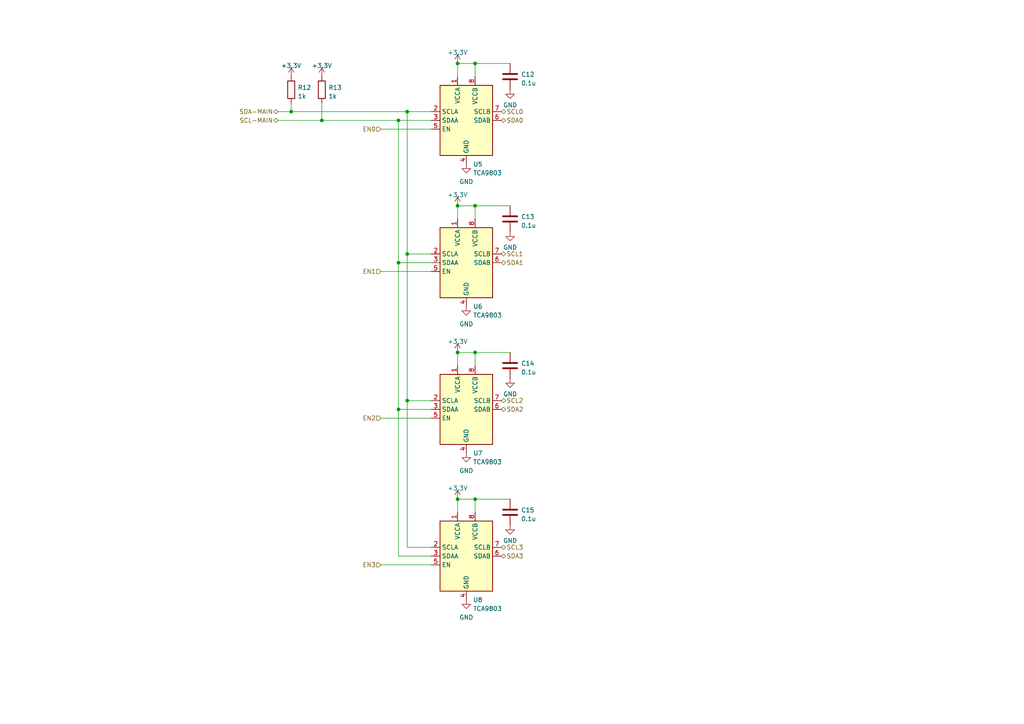
<source format=kicad_sch>
(kicad_sch (version 20230121) (generator eeschema)
  (paper "A4")
  (lib_symbols
    (symbol "Device:C" (pin_numbers hide) (pin_names (offset 0.254))
      (property "Reference" "C" (at 0.635 2.54 0))
      (property "Value" "C" (at 0.635 -2.54 0))
      (symbol "C_0_1"
        (polyline (pts (xy -2.032 -0.762) (xy 2.032 -0.762)) (stroke (width 0.508)))
        (polyline (pts (xy -2.032 0.762) (xy 2.032 0.762)) (stroke (width 0.508)))
      )
      (symbol "C_1_1"
        (pin passive line (at 0 3.81 270) (length 2.794) (name "~") (number "1"))
        (pin passive line (at 0 -3.81 90) (length 2.794) (name "~") (number "2"))
      )
    )
    (symbol "Device:R" (pin_numbers hide) (pin_names (offset 0))
      (property "Reference" "R" (at 2.032 0 90))
      (property "Value" "R" (at 0 0 90))
      (symbol "R_0_1"
        (rectangle (start -1.016 -2.54) (end 1.016 2.54) (stroke (width 0.254)))
      )
      (symbol "R_1_1"
        (pin passive line (at 0 3.81 270) (length 1.27) (name "~") (number "1"))
        (pin passive line (at 0 -3.81 90) (length 1.27) (name "~") (number "2"))
      )
    )
    (symbol "Interface:TCA9803"
      (property "Reference" "U" (at -7.62 11.43 0))
      (property "Value" "TCA9803" (at 5.08 11.43 0))
      (symbol "TCA9803_0_1"
        (rectangle (start -7.62 10.16) (end 7.62 -10.16) (stroke (width 0.254)) (fill (type background)))
      )
      (symbol "TCA9803_1_1"
        (pin power_in line (at -2.54 12.7 270) (length 2.54) (name "VCCA") (number "1"))
        (pin bidirectional line (at -10.16 2.54 0) (length 2.54) (name "SCLA") (number "2"))
        (pin bidirectional line (at -10.16 0 0) (length 2.54) (name "SDAA") (number "3"))
        (pin power_in line (at 0 -12.7 90) (length 2.54) (name "GND") (number "4"))
        (pin input line (at -10.16 -2.54 0) (length 2.54) (name "EN") (number "5"))
        (pin bidirectional line (at 10.16 0 180) (length 2.54) (name "SDAB") (number "6"))
        (pin bidirectional line (at 10.16 2.54 180) (length 2.54) (name "SCLB") (number "7"))
        (pin power_in line (at 2.54 12.7 270) (length 2.54) (name "VCCB") (number "8"))
      )
    )
    (symbol "power:+3.3V" (power) (pin_names (offset 0))
      (property "Value" "+3.3V" (at 0 3.556 0))
      (symbol "+3.3V_0_1"
        (polyline (pts (xy -0.762 1.27) (xy 0 2.54)))
        (polyline (pts (xy 0 0) (xy 0 2.54)))
        (polyline (pts (xy 0 2.54) (xy 0.762 1.27)))
      )
      (symbol "+3.3V_1_1"
        (pin power_in line (at 0 0 90) (length 0) hide (name "+3.3V") (number "1"))
      )
    )
    (symbol "power:GND" (power) (pin_names (offset 0))
      (property "Value" "GND" (at 0 -3.81 0))
      (symbol "GND_0_1"
        (polyline (pts (xy 0 0) (xy 0 -1.27) (xy 1.27 -1.27) (xy 0 -2.54) (xy -1.27 -1.27) (xy 0 -1.27)))
      )
      (symbol "GND_1_1"
        (pin power_in line (at 0 0 270) (length 0) hide (name "GND") (number "1"))
      )
    )
  )
  (junction (at 115.57 34.925))
  (junction (at 84.455 32.385))
  (junction (at 132.715 59.69))
  (junction (at 115.57 118.745))
  (junction (at 137.795 18.415))
  (junction (at 118.11 73.66))
  (junction (at 132.715 102.235))
  (junction (at 118.11 32.385))
  (junction (at 132.715 18.415))
  (junction (at 137.795 144.78))
  (junction (at 137.795 102.235))
  (junction (at 118.11 116.205))
  (junction (at 93.345 34.925))
  (junction (at 115.57 76.2))
  (junction (at 132.715 144.78))
  (junction (at 137.795 59.69))
  (wire (pts (xy 132.715 144.78) (xy 137.795 144.78)))
  (wire (pts (xy 118.11 116.205) (xy 118.11 158.75)))
  (wire (pts (xy 93.345 29.845) (xy 93.345 34.925)))
  (wire (pts (xy 137.795 18.415) (xy 147.955 18.415)))
  (wire (pts (xy 118.11 116.205) (xy 125.095 116.205)))
  (wire (pts (xy 132.715 102.235) (xy 137.795 102.235)))
  (wire (pts (xy 118.11 158.75) (xy 125.095 158.75)))
  (wire (pts (xy 137.795 59.69) (xy 137.795 63.5)))
  (wire (pts (xy 93.345 34.925) (xy 115.57 34.925)))
  (wire (pts (xy 118.11 32.385) (xy 118.11 73.66)))
  (wire (pts (xy 115.57 118.745) (xy 125.095 118.745)))
  (wire (pts (xy 132.715 18.415) (xy 137.795 18.415)))
  (wire (pts (xy 132.715 59.69) (xy 137.795 59.69)))
  (wire (pts (xy 118.11 32.385) (xy 125.095 32.385)))
  (wire (pts (xy 110.49 163.83) (xy 125.095 163.83)))
  (wire (pts (xy 110.49 37.465) (xy 125.095 37.465)))
  (wire (pts (xy 84.455 32.385) (xy 118.11 32.385)))
  (wire (pts (xy 110.49 78.74) (xy 125.095 78.74)))
  (wire (pts (xy 84.455 29.845) (xy 84.455 32.385)))
  (wire (pts (xy 80.645 32.385) (xy 84.455 32.385)))
  (wire (pts (xy 137.795 18.415) (xy 137.795 22.225)))
  (wire (pts (xy 115.57 76.2) (xy 125.095 76.2)))
  (wire (pts (xy 115.57 34.925) (xy 125.095 34.925)))
  (wire (pts (xy 137.795 59.69) (xy 147.955 59.69)))
  (wire (pts (xy 110.49 121.285) (xy 125.095 121.285)))
  (wire (pts (xy 115.57 118.745) (xy 115.57 161.29)))
  (wire (pts (xy 132.715 18.415) (xy 132.715 22.225)))
  (wire (pts (xy 115.57 76.2) (xy 115.57 118.745)))
  (wire (pts (xy 137.795 102.235) (xy 147.955 102.235)))
  (wire (pts (xy 132.715 144.78) (xy 132.715 148.59)))
  (wire (pts (xy 137.795 102.235) (xy 137.795 106.045)))
  (wire (pts (xy 118.11 73.66) (xy 125.095 73.66)))
  (wire (pts (xy 118.11 73.66) (xy 118.11 116.205)))
  (wire (pts (xy 132.715 102.235) (xy 132.715 106.045)))
  (wire (pts (xy 125.095 161.29) (xy 115.57 161.29)))
  (wire (pts (xy 132.715 59.69) (xy 132.715 63.5)))
  (wire (pts (xy 115.57 34.925) (xy 115.57 76.2)))
  (wire (pts (xy 137.795 144.78) (xy 147.955 144.78)))
  (wire (pts (xy 80.645 34.925) (xy 93.345 34.925)))
  (wire (pts (xy 137.795 144.78) (xy 137.795 148.59)))
  (hierarchical_label "EN2" (shape input) (at 110.49 121.285 180))
  (hierarchical_label "SCL1" (shape bidirectional) (at 145.415 73.66 0))
  (hierarchical_label "SCL3" (shape bidirectional) (at 145.415 158.75 0))
  (hierarchical_label "EN0" (shape input) (at 110.49 37.465 180))
  (hierarchical_label "SCL0" (shape bidirectional) (at 145.415 32.385 0))
  (hierarchical_label "EN3" (shape input) (at 110.49 163.83 180))
  (hierarchical_label "SDA3" (shape bidirectional) (at 145.415 161.29 0))
  (hierarchical_label "SDA2" (shape bidirectional) (at 145.415 118.745 0))
  (hierarchical_label "EN1" (shape input) (at 110.49 78.74 180))
  (hierarchical_label "SDA1" (shape bidirectional) (at 145.415 76.2 0))
  (hierarchical_label "SDA-MAIN" (shape bidirectional) (at 80.645 32.385 180))
  (hierarchical_label "SCL2" (shape bidirectional) (at 145.415 116.205 0))
  (hierarchical_label "SDA0" (shape bidirectional) (at 145.415 34.925 0))
  (hierarchical_label "SCL-MAIN" (shape bidirectional) (at 80.645 34.925 180))
  (symbol (lib_id "power:+3.3V") (at 132.715 102.235 0) (unit 1)
    (property "Reference" "#PWR051" (effects hide))
    (property "Value" "+3.3V" (at 132.715 99.06 0))
  )
  (symbol (lib_id "power:+3.3V") (at 84.455 22.225 0) (unit 1)
    (property "Reference" "#PWR047" (effects hide))
    (property "Value" "+3.3V" (at 84.455 19.05 0))
  )
  (symbol (lib_id "Device:R") (at 84.455 26.035 0) (unit 1)
    (property "Reference" "R12" (at 86.36 25.4 0) (effects (justify left)))
    (property "Value" "1k" (at 86.36 27.94 0) (effects (justify left)))
    (property "Footprint" "Resistor_SMD:R_0603_1608Metric_Pad0.98x0.95mm_HandSolder" (effects hide))
  )
  (symbol (lib_id "Device:C") (at 147.955 106.045 0) (unit 1)
    (property "Reference" "C14" (at 151.13 105.41 0) (effects (justify left)))
    (property "Value" "0.1u" (at 151.13 107.95 0) (effects (justify left)))
    (property "Footprint" "Capacitor_SMD:C_0603_1608Metric_Pad1.08x0.95mm_HandSolder" (effects hide))
  )
  (symbol (lib_id "power:GND") (at 135.255 47.625 0) (unit 1)
    (property "Reference" "#PWR053" (effects hide))
    (property "Value" "GND" (at 135.255 52.705 0))
  )
  (symbol (lib_id "power:GND") (at 135.255 88.9 0) (unit 1)
    (property "Reference" "#PWR054" (effects hide))
    (property "Value" "GND" (at 135.255 93.98 0))
  )
  (symbol (lib_id "power:+3.3V") (at 132.715 144.78 0) (unit 1)
    (property "Reference" "#PWR052" (effects hide))
    (property "Value" "+3.3V" (at 132.715 141.605 0))
  )
  (symbol (lib_id "power:GND") (at 147.955 67.31 0) (unit 1)
    (property "Reference" "#PWR058" (effects hide))
    (property "Value" "GND" (at 147.955 71.755 0))
  )
  (symbol (lib_id "Interface:TCA9803") (at 135.255 34.925 0) (unit 1)
    (property "Reference" "U5" (at 137.2109 47.625 0) (effects (justify left)))
    (property "Value" "TCA9803" (at 137.2109 50.165 0) (effects (justify left)))
    (property "Footprint" "Package_SO:VSSOP-8_3.0x3.0mm_P0.65mm" (effects hide))
    (property "Datasheet" "http://www.ti.com/lit/ds/symlink/tca9803.pdf" (effects hide))
  )
  (symbol (lib_id "Interface:TCA9803") (at 135.255 76.2 0) (unit 1)
    (property "Reference" "U6" (at 137.2109 88.9 0) (effects (justify left)))
    (property "Value" "TCA9803" (at 137.2109 91.44 0) (effects (justify left)))
    (property "Footprint" "Package_SO:VSSOP-8_3.0x3.0mm_P0.65mm" (effects hide))
    (property "Datasheet" "http://www.ti.com/lit/ds/symlink/tca9803.pdf" (effects hide))
  )
  (symbol (lib_id "power:+3.3V") (at 93.345 22.225 0) (unit 1)
    (property "Reference" "#PWR048" (effects hide))
    (property "Value" "+3.3V" (at 93.345 19.05 0))
  )
  (symbol (lib_id "power:GND") (at 135.255 173.99 0) (unit 1)
    (property "Reference" "#PWR056" (effects hide))
    (property "Value" "GND" (at 135.255 179.07 0))
  )
  (symbol (lib_id "Interface:TCA9803") (at 135.255 118.745 0) (unit 1)
    (property "Reference" "U7" (at 137.2109 131.445 0) (effects (justify left)))
    (property "Value" "TCA9803" (at 137.2109 133.985 0) (effects (justify left)))
    (property "Footprint" "Package_SO:VSSOP-8_3.0x3.0mm_P0.65mm" (effects hide))
    (property "Datasheet" "http://www.ti.com/lit/ds/symlink/tca9803.pdf" (effects hide))
  )
  (symbol (lib_id "power:+3.3V") (at 132.715 18.415 0) (unit 1)
    (property "Reference" "#PWR049" (effects hide))
    (property "Value" "+3.3V" (at 132.715 15.24 0))
  )
  (symbol (lib_id "Device:R") (at 93.345 26.035 0) (unit 1)
    (property "Reference" "R13" (at 95.25 25.4 0) (effects (justify left)))
    (property "Value" "1k" (at 95.25 27.94 0) (effects (justify left)))
    (property "Footprint" "Resistor_SMD:R_0603_1608Metric_Pad0.98x0.95mm_HandSolder" (effects hide))
  )
  (symbol (lib_id "Device:C") (at 147.955 63.5 0) (unit 1)
    (property "Reference" "C13" (at 151.13 62.865 0) (effects (justify left)))
    (property "Value" "0.1u" (at 151.13 65.405 0) (effects (justify left)))
    (property "Footprint" "Capacitor_SMD:C_0603_1608Metric_Pad1.08x0.95mm_HandSolder" (effects hide))
  )
  (symbol (lib_id "power:GND") (at 147.955 26.035 0) (unit 1)
    (property "Reference" "#PWR057" (effects hide))
    (property "Value" "GND" (at 147.955 30.48 0))
  )
  (symbol (lib_id "Device:C") (at 147.955 148.59 0) (unit 1)
    (property "Reference" "C15" (at 151.13 147.955 0) (effects (justify left)))
    (property "Value" "0.1u" (at 151.13 150.495 0) (effects (justify left)))
    (property "Footprint" "Capacitor_SMD:C_0603_1608Metric_Pad1.08x0.95mm_HandSolder" (effects hide))
  )
  (symbol (lib_id "power:GND") (at 135.255 131.445 0) (unit 1)
    (property "Reference" "#PWR055" (effects hide))
    (property "Value" "GND" (at 135.255 136.525 0))
  )
  (symbol (lib_id "power:GND") (at 147.955 152.4 0) (unit 1)
    (property "Reference" "#PWR060" (effects hide))
    (property "Value" "GND" (at 147.955 156.845 0))
  )
  (symbol (lib_id "power:GND") (at 147.955 109.855 0) (unit 1)
    (property "Reference" "#PWR059" (effects hide))
    (property "Value" "GND" (at 147.955 114.3 0))
  )
  (symbol (lib_id "power:+3.3V") (at 132.715 59.69 0) (unit 1)
    (property "Reference" "#PWR050" (effects hide))
    (property "Value" "+3.3V" (at 132.715 56.515 0))
  )
  (symbol (lib_id "Device:C") (at 147.955 22.225 0) (unit 1)
    (property "Reference" "C12" (at 151.13 21.59 0) (effects (justify left)))
    (property "Value" "0.1u" (at 151.13 24.13 0) (effects (justify left)))
    (property "Footprint" "Capacitor_SMD:C_0603_1608Metric_Pad1.08x0.95mm_HandSolder" (effects hide))
  )
  (symbol (lib_id "Interface:TCA9803") (at 135.255 161.29 0) (unit 1)
    (property "Reference" "U8" (at 137.2109 173.99 0) (effects (justify left)))
    (property "Value" "TCA9803" (at 137.2109 176.53 0) (effects (justify left)))
    (property "Footprint" "Package_SO:VSSOP-8_3.0x3.0mm_P0.65mm" (effects hide))
    (property "Datasheet" "http://www.ti.com/lit/ds/symlink/tca9803.pdf" (effects hide))
  )
)
</source>
